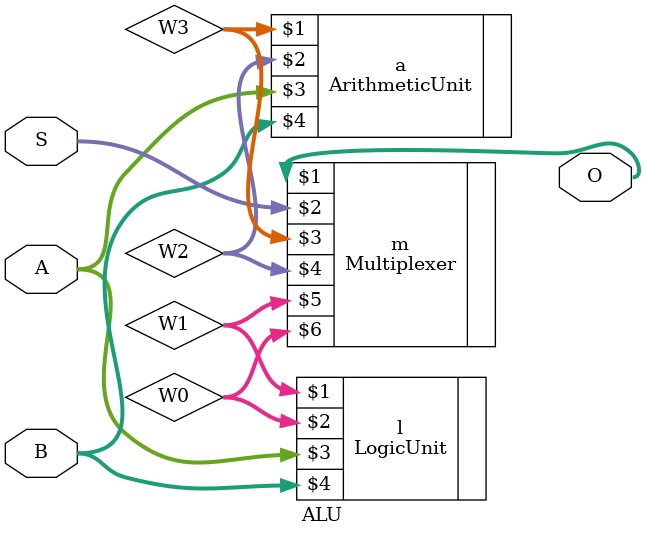
<source format=v>
`timescale 1ns / 1ps
module ALU(O,A,B,S);
	output [3:0]O;
	input [1:0]A;
	input [1:0]B;
	input [1:0]S;
	wire [3:0]W3;
	wire [3:0]W2;
	wire [3:0]W1;
	wire [3:0]W0;
	
	ArithmeticUnit a(W3,W2,A,B);
	LogicUnit l(W1,W0,A,B);
	Multiplexer m(O,S,W3,W2,W1,W0);
endmodule

</source>
